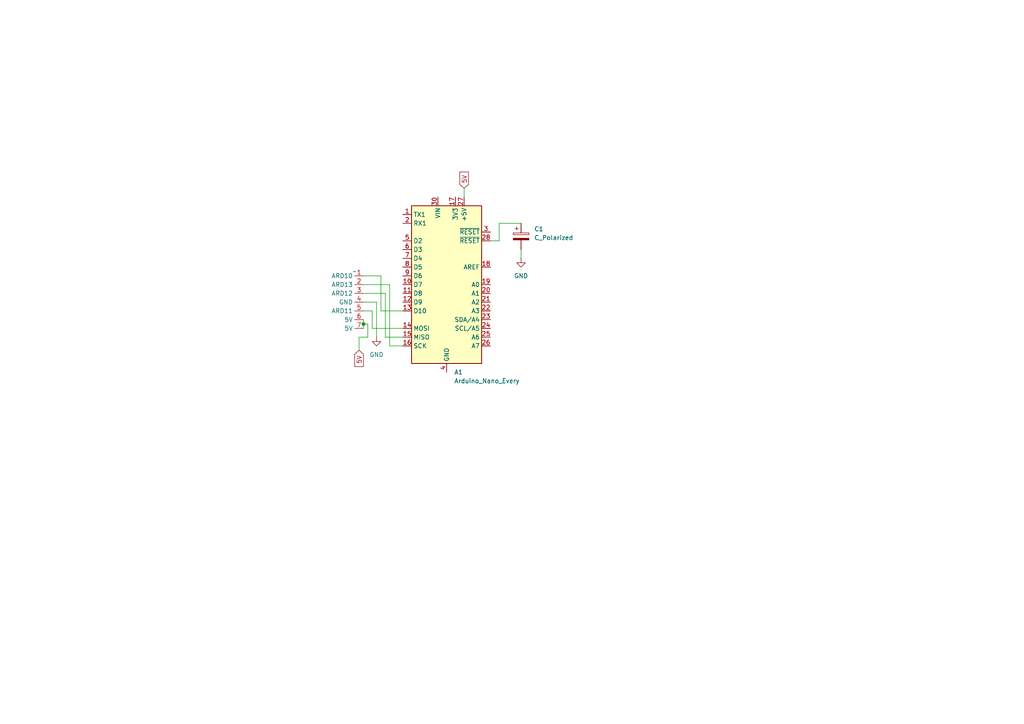
<source format=kicad_sch>
(kicad_sch (version 20231120) (generator "eeschema") (generator_version "8.0")
  (paper "A4")
  (lib_symbols
    (symbol "Device:C_Polarized" (pin_numbers hide) (pin_names (offset 0.254))
      (property "Reference" "C" (at 0.635 2.54 0))
      (property "Value" "C_Polarized" (at 0.635 -2.54 0))
      (symbol "C_Polarized_0_1"
        (rectangle (start -2.286 0.508) (end 2.286 1.016))
        (polyline (pts (xy -1.778 2.286) (xy -0.762 2.286)))
        (polyline (pts (xy -1.27 2.794) (xy -1.27 1.778)))
        (rectangle (start 2.286 -0.508) (end -2.286 -1.016) (fill (type outline)))
      )
      (symbol "C_Polarized_1_1"
        (pin passive line (at 0 3.81 270) (length 2.794) (name "~") (number "1"))
        (pin passive line (at 0 -3.81 90) (length 2.794) (name "~") (number "2"))
      )
    )
    (symbol "Library:Arduino_connector"
      (symbol "Arduino_connector_1_1"
        (pin input line (at 0 15.24 180) (length 2.54) (name "ARD10") (number "1"))
        (pin input line (at 0 12.7 180) (length 2.54) (name "ARD13") (number "2"))
        (pin input line (at 0 10.16 180) (length 2.54) (name "ARD12") (number "3"))
        (pin input line (at 0 7.62 180) (length 2.54) (name "GND") (number "4"))
        (pin input line (at 0 5.08 180) (length 2.54) (name "ARD11") (number "5"))
        (pin input line (at 0 2.54 180) (length 2.54) (name "5V") (number "6"))
        (pin input line (at 0 0 180) (length 2.54) (name "5V") (number "7"))
      )
    )
    (symbol "MCU_Module:Arduino_Nano_Every"
      (property "Reference" "A" (at -10.16 23.495 0))
      (property "Value" "Arduino_Nano_Every" (at 5.08 -24.13 0))
      (symbol "Arduino_Nano_Every_0_1"
        (rectangle (start -10.16 22.86) (end 10.16 -22.86) (stroke (width 0.254)) (fill (type background)))
      )
      (symbol "Arduino_Nano_Every_1_1"
        (pin bidirectional line (at -12.7 20.32 0) (length 2.54) (name "TX1") (number "1"))
        (pin bidirectional line (at -12.7 0 0) (length 2.54) (name "D7") (number "10"))
        (pin bidirectional line (at -12.7 -2.54 0) (length 2.54) (name "D8") (number "11"))
        (pin bidirectional line (at -12.7 -5.08 0) (length 2.54) (name "D9") (number "12"))
        (pin bidirectional line (at -12.7 -7.62 0) (length 2.54) (name "D10") (number "13"))
        (pin bidirectional line (at -12.7 -12.7 0) (length 2.54) (name "MOSI") (number "14"))
        (pin bidirectional line (at -12.7 -15.24 0) (length 2.54) (name "MISO") (number "15"))
        (pin bidirectional line (at -12.7 -17.78 0) (length 2.54) (name "SCK") (number "16"))
        (pin power_out line (at 2.54 25.4 270) (length 2.54) (name "3V3") (number "17"))
        (pin input line (at 12.7 5.08 180) (length 2.54) (name "AREF") (number "18"))
        (pin bidirectional line (at 12.7 0 180) (length 2.54) (name "A0") (number "19"))
        (pin bidirectional line (at -12.7 17.78 0) (length 2.54) (name "RX1") (number "2"))
        (pin bidirectional line (at 12.7 -2.54 180) (length 2.54) (name "A1") (number "20"))
        (pin bidirectional line (at 12.7 -5.08 180) (length 2.54) (name "A2") (number "21"))
        (pin bidirectional line (at 12.7 -7.62 180) (length 2.54) (name "A3") (number "22"))
        (pin bidirectional line (at 12.7 -10.16 180) (length 2.54) (name "SDA/A4") (number "23"))
        (pin bidirectional line (at 12.7 -12.7 180) (length 2.54) (name "SCL/A5") (number "24"))
        (pin bidirectional line (at 12.7 -15.24 180) (length 2.54) (name "A6") (number "25"))
        (pin bidirectional line (at 12.7 -17.78 180) (length 2.54) (name "A7") (number "26"))
        (pin power_out line (at 5.08 25.4 270) (length 2.54) (name "+5V") (number "27"))
        (pin input line (at 12.7 12.7 180) (length 2.54) (name "~{RESET}") (number "28"))
        (pin passive line (at 0 -25.4 90) (length 2.54) hide (name "GND") (number "29"))
        (pin input line (at 12.7 15.24 180) (length 2.54) (name "~{RESET}") (number "3"))
        (pin power_in line (at -2.54 25.4 270) (length 2.54) (name "VIN") (number "30"))
        (pin power_in line (at 0 -25.4 90) (length 2.54) (name "GND") (number "4"))
        (pin bidirectional line (at -12.7 12.7 0) (length 2.54) (name "D2") (number "5"))
        (pin bidirectional line (at -12.7 10.16 0) (length 2.54) (name "D3") (number "6"))
        (pin bidirectional line (at -12.7 7.62 0) (length 2.54) (name "D4") (number "7"))
        (pin bidirectional line (at -12.7 5.08 0) (length 2.54) (name "D5") (number "8"))
        (pin bidirectional line (at -12.7 2.54 0) (length 2.54) (name "D6") (number "9"))
      )
    )
    (symbol "power:GND" (power) (pin_numbers hide) (pin_names (offset 0) hide)
      (property "Value" "GND" (at 0 -3.81 0))
      (symbol "GND_0_1"
        (polyline (pts (xy 0 0) (xy 0 -1.27) (xy 1.27 -1.27) (xy 0 -2.54) (xy -1.27 -1.27) (xy 0 -1.27)))
      )
      (symbol "GND_1_1"
        (pin power_in line (at 0 0 270) (length 0) (name "~") (number "1"))
      )
    )
  )
  (junction (at 105.41 93.98))
  (wire (pts (xy 110.49 80.01) (xy 110.49 90.17)))
  (wire (pts (xy 105.41 93.98) (xy 105.41 95.25)))
  (wire (pts (xy 113.03 82.55) (xy 105.41 82.55)))
  (wire (pts (xy 107.95 95.25) (xy 116.84 95.25)))
  (wire (pts (xy 106.68 93.98) (xy 106.68 97.79)))
  (wire (pts (xy 105.41 90.17) (xy 107.95 90.17)))
  (wire (pts (xy 111.76 97.79) (xy 116.84 97.79)))
  (wire (pts (xy 144.78 69.85) (xy 144.78 64.77)))
  (wire (pts (xy 105.41 87.63) (xy 109.22 87.63)))
  (wire (pts (xy 105.41 80.01) (xy 110.49 80.01)))
  (wire (pts (xy 144.78 64.77) (xy 151.13 64.77)))
  (wire (pts (xy 106.68 97.79) (xy 104.14 97.79)))
  (wire (pts (xy 105.41 93.98) (xy 106.68 93.98)))
  (wire (pts (xy 113.03 100.33) (xy 113.03 82.55)))
  (wire (pts (xy 105.41 85.09) (xy 111.76 85.09)))
  (wire (pts (xy 111.76 85.09) (xy 111.76 97.79)))
  (wire (pts (xy 151.13 72.39) (xy 151.13 74.93)))
  (wire (pts (xy 116.84 100.33) (xy 113.03 100.33)))
  (wire (pts (xy 104.14 97.79) (xy 104.14 101.6)))
  (wire (pts (xy 107.95 90.17) (xy 107.95 95.25)))
  (wire (pts (xy 109.22 87.63) (xy 109.22 97.79)))
  (wire (pts (xy 142.24 69.85) (xy 144.78 69.85)))
  (wire (pts (xy 134.62 54.61) (xy 134.62 57.15)))
  (wire (pts (xy 105.41 92.71) (xy 105.41 93.98)))
  (wire (pts (xy 110.49 90.17) (xy 116.84 90.17)))
  (global_label "5V" (shape input) (at 104.14 101.6 270) (property "Intersheetrefs" "${INTERSHEET_REFS}" (effects (hide yes))))
  (global_label "5V" (shape input) (at 134.62 54.61 90) (property "Intersheetrefs" "${INTERSHEET_REFS}" (effects (hide yes))))
  (symbol (lib_id "power:GND") (at 109.22 97.79 0) (unit 1)
    (property "Reference" "#PWR02" (effects (hide yes)))
    (property "Value" "GND" (at 109.22 102.87 0))
    (property "Description" "Power symbol creates a global label with name \"GND\" , ground" (effects (hide yes)))
  )
  (symbol (lib_id "power:GND") (at 151.13 74.93 0) (unit 1)
    (property "Reference" "#PWR01" (effects (hide yes)))
    (property "Value" "GND" (at 151.13 80.01 0))
    (property "Description" "Power symbol creates a global label with name \"GND\" , ground" (effects (hide yes)))
  )
  (symbol (lib_id "Library:Arduino_connector") (at 105.41 95.25 0) (unit 1)
    (property "Reference" "U1" (effects (hide yes)))
    (property "Value" "~" (at 102.87 78.74 0))
    (property "Footprint" "Library:Arduino_connector" (effects (hide yes)))
  )
  (symbol (lib_id "MCU_Module:Arduino_Nano_Every") (at 129.54 82.55 0) (unit 1)
    (property "Reference" "A1" (at 131.7341 107.95 0) (effects (justify left)))
    (property "Value" "Arduino_Nano_Every" (at 131.7341 110.49 0) (effects (justify left)))
    (property "Footprint" "Module:Arduino_Nano" (effects (hide yes)))
    (property "Datasheet" "https://content.arduino.cc/assets/NANOEveryV3.0_sch.pdf" (effects (hide yes)))
    (property "Description" "Arduino Nano Every" (effects (hide yes)))
  )
  (symbol (lib_id "Device:C_Polarized") (at 151.13 68.58 0) (unit 1)
    (property "Reference" "C1" (at 154.94 66.4209 0) (effects (justify left)))
    (property "Value" "C_Polarized" (at 154.94 68.9609 0) (effects (justify left)))
    (property "Footprint" "Capacitor_THT:CP_Radial_D4.0mm_P2.00mm" (effects (hide yes)))
    (property "Description" "Polarized capacitor" (effects (hide yes)))
  )
)
</source>
